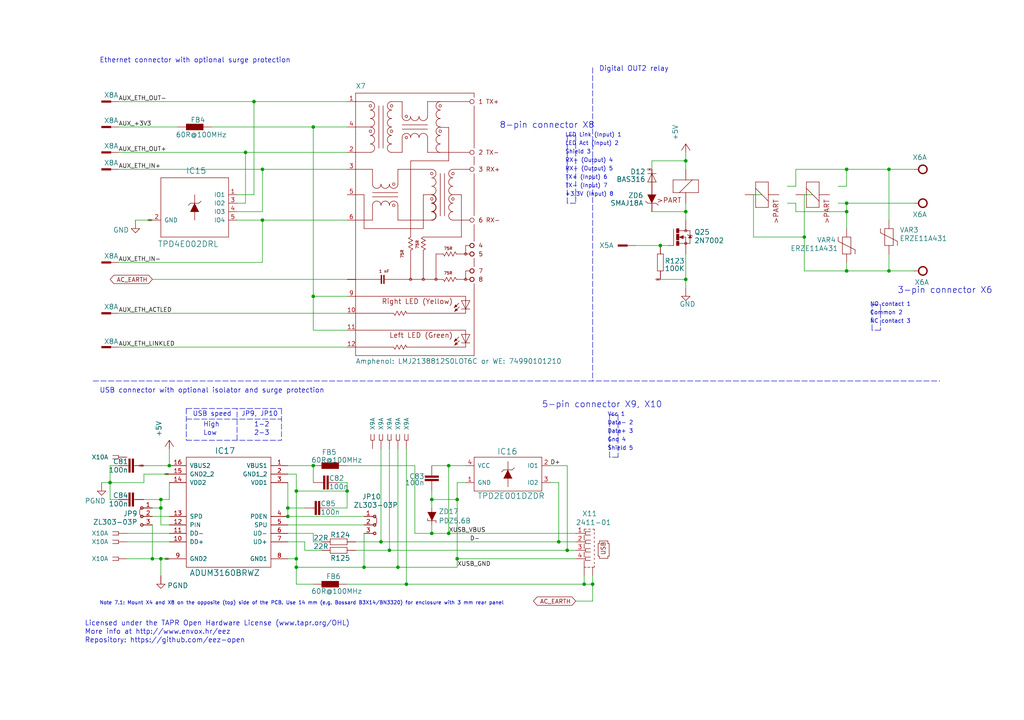
<source format=kicad_sch>
(kicad_sch (version 20210406) (generator eeschema)
  (paper "User" 307.213 216.078)
  (title_block (title "EEZ PSU consolidated") (rev "r5B13a") (comment 4 "Ethernet and USB PCB connectors"))
  (lib_symbols
    (symbol "EEZ_PSU_consolidated_r5B13a-eagle-import:+5V" (power) (pin_names (offset 1.016))
      (property "Value" "+5V" (at -2.54 -5.08 90))
      (symbol "+5V_1_0"
        (pin power_in line (at 0 -2.54 90) (length 2.54) (name "+5V") (number "1"))
      )
    )
    (symbol "EEZ_PSU_consolidated_r5B13a-eagle-import:2N7002" (pin_names (offset 1.016))
      (property "Reference" "Q" (at 6.35 2.54 0))
      (property "Value" "2N7002" (at 6.35 0 0))
      (symbol "2N7002_1_0"
        (pin passive line (at -2.54 -2.54 0) (length 0) (name "G") (number "1"))
        (pin passive line (at 2.54 -5.08 90) (length 2.54) (name "S") (number "2"))
        (pin passive line (at 2.54 5.08 270) (length 2.54) (name "D") (number "3"))
      )
    )
    (symbol "EEZ_PSU_consolidated_r5B13a-eagle-import:ADUM3160BRWZWIDE" (pin_names (offset 1.016))
      (property "Reference" "U" (at -5.2324 20.5994 0))
      (property "Value" "ADUM3160BRWZWIDE" (at -6.0706 -19.6342 0))
      (symbol "ADUM3160BRWZWIDE_1_0"
        (pin power_in line (at -17.78 15.24 0) (length 5.08) (name "VBUS1") (number "1"))
        (pin unspecified line (at 17.78 -7.62 180) (length 5.08) (name "DD+") (number "10"))
        (pin unspecified line (at 17.78 -5.08 180) (length 5.08) (name "DD-") (number "11"))
        (pin input line (at 17.78 -2.54 180) (length 5.08) (name "PIN") (number "12"))
        (pin input line (at 17.78 0 180) (length 5.08) (name "SPD") (number "13"))
        (pin power_in line (at 17.78 10.16 180) (length 5.08) (name "VDD2") (number "14"))
        (pin passive line (at 17.78 12.7 180) (length 5.08) (name "GND2_2") (number "15"))
        (pin power_in line (at 17.78 15.24 180) (length 5.08) (name "VBUS2") (number "16"))
        (pin passive line (at -17.78 12.7 0) (length 5.08) (name "GND1_2") (number "2"))
        (pin power_in line (at -17.78 10.16 0) (length 5.08) (name "VDD1") (number "3"))
        (pin input line (at -17.78 0 0) (length 5.08) (name "PDEN") (number "4"))
        (pin input line (at -17.78 -2.54 0) (length 5.08) (name "SPU") (number "5"))
        (pin unspecified line (at -17.78 -5.08 0) (length 5.08) (name "UD-") (number "6"))
        (pin unspecified line (at -17.78 -7.62 0) (length 5.08) (name "UD+") (number "7"))
        (pin passive line (at -17.78 -12.7 0) (length 5.08) (name "GND1") (number "8"))
        (pin passive line (at 17.78 -12.7 180) (length 5.08) (name "GND2") (number "9"))
      )
    )
    (symbol "EEZ_PSU_consolidated_r5B13a-eagle-import:C-EUC0603" (pin_names (offset 1.016))
      (property "Reference" "C" (at 1.524 0.381 0))
      (property "Value" "C-EUC0603" (at 1.524 -4.699 0))
      (symbol "C-EUC0603_1_0"
        (pin passive line (at 0 2.54 270) (length 2.54) (name "1") (number "1"))
        (pin passive line (at 0 -5.08 90) (length 2.54) (name "2") (number "2"))
      )
    )
    (symbol "EEZ_PSU_consolidated_r5B13a-eagle-import:DINA4_L" (pin_names (offset 1.016))
      (symbol "DINA4_L_2_0"
        (text ">DRAWING_NAME" (at 17.78 19.05 0) (effects (font (size 2.54 2.54)) (justify left bottom)))
        (text ">LAST_DATE_TIME" (at 12.7 1.27 0) (effects (font (size 2.54 2.54)) (justify left bottom)))
        (text ">SHEET" (at 86.36 1.27 0) (effects (font (size 2.54 2.54)) (justify left bottom)))
        (text "Date:" (at 1.27 1.27 0) (effects (font (size 2.54 2.54)) (justify left bottom)))
        (text "Document Number:" (at 1.27 11.43 0) (effects (font (size 2.54 2.54)) (justify left bottom)))
        (text "REV:" (at 88.9 11.43 0) (effects (font (size 2.54 2.54)) (justify left bottom)))
        (text "Sheet:" (at 72.39 1.27 0) (effects (font (size 2.54 2.54)) (justify left bottom)))
        (text "TITLE:" (at 1.27 19.05 0) (effects (font (size 2.54 2.54)) (justify left bottom)))
      )
    )
    (symbol "EEZ_PSU_consolidated_r5B13a-eagle-import:DIODE-SOD323-W" (pin_names (offset 1.016))
      (property "Reference" "D" (at 2.54 0.4826 0))
      (property "Value" "DIODE-SOD323-W" (at 2.54 -2.3114 0))
      (symbol "DIODE-SOD323-W_1_0"
        (pin passive line (at -2.54 0 0) (length 2.54) (name "A") (number "A"))
        (pin passive line (at 2.54 0 180) (length 2.54) (name "C") (number "C"))
      )
    )
    (symbol "EEZ_PSU_consolidated_r5B13a-eagle-import:FERRITE_BEAD0603" (pin_names (offset 1.016))
      (property "Reference" "L" (at -3.81 1.3716 0))
      (property "Value" "FERRITE_BEAD0603" (at -3.81 -2.921 0))
      (symbol "FERRITE_BEAD0603_1_0"
        (pin passive line (at -5.08 0 0) (length 2.54) (name "1") (number "P$1"))
        (pin passive line (at 5.08 0 180) (length 2.54) (name "2") (number "P$2"))
      )
    )
    (symbol "EEZ_PSU_consolidated_r5B13a-eagle-import:GND" (power) (pin_names (offset 1.016))
      (property "Value" "GND" (at -1.905 -3.175 0))
      (symbol "GND_1_0"
        (pin power_in line (at 0 2.54 270) (length 2.54) (name "GND") (number "1"))
      )
    )
    (symbol "EEZ_PSU_consolidated_r5B13a-eagle-import:HEADER_8-PIN" (pin_names (offset 1.016))
      (property "Reference" "X" (at -6.35 0.889 0))
      (symbol "HEADER_8-PIN_1_0"
        (pin passive line (at 0 0 180) (length 2.54) (name "1") (number "1"))
      )
      (symbol "HEADER_8-PIN_2_0"
        (pin passive line (at 0 0 180) (length 2.54) (name "1") (number "2"))
      )
      (symbol "HEADER_8-PIN_3_0"
        (pin passive line (at 0 0 180) (length 2.54) (name "1") (number "3"))
      )
      (symbol "HEADER_8-PIN_4_0"
        (pin passive line (at 0 0 180) (length 2.54) (name "1") (number "4"))
      )
      (symbol "HEADER_8-PIN_5_0"
        (pin passive line (at 0 0 180) (length 2.54) (name "1") (number "5"))
      )
      (symbol "HEADER_8-PIN_6_0"
        (pin passive line (at 0 0 180) (length 2.54) (name "1") (number "6"))
      )
      (symbol "HEADER_8-PIN_7_0"
        (pin passive line (at 0 0 180) (length 2.54) (name "1") (number "7"))
      )
      (symbol "HEADER_8-PIN_8_0"
        (pin passive line (at 0 0 180) (length 2.54) (name "1") (number "8"))
      )
    )
    (symbol "EEZ_PSU_consolidated_r5B13a-eagle-import:IDC-10PINBLACK" (pin_names (offset 1.016))
      (property "Reference" "X" (at -6.35 0.889 0))
      (symbol "IDC-10PINBLACK_1_0"
        (pin passive line (at 0 0 180) (length 2.54) (name "1") (number "1"))
      )
      (symbol "IDC-10PINBLACK_2_0"
        (pin passive line (at 0 0 180) (length 2.54) (name "1") (number "2"))
      )
      (symbol "IDC-10PINBLACK_3_0"
        (pin passive line (at 0 0 180) (length 2.54) (name "1") (number "3"))
      )
      (symbol "IDC-10PINBLACK_4_0"
        (pin passive line (at 0 0 180) (length 2.54) (name "1") (number "4"))
      )
      (symbol "IDC-10PINBLACK_5_0"
        (pin passive line (at 0 0 180) (length 2.54) (name "1") (number "5"))
      )
      (symbol "IDC-10PINBLACK_6_0"
        (pin passive line (at 0 0 180) (length 2.54) (name "1") (number "6"))
      )
      (symbol "IDC-10PINBLACK_7_0"
        (pin passive line (at 0 0 180) (length 2.54) (name "1") (number "7"))
      )
      (symbol "IDC-10PINBLACK_8_0"
        (pin passive line (at 0 0 180) (length 2.54) (name "1") (number "8"))
      )
      (symbol "IDC-10PINBLACK_9_0"
        (pin passive line (at 0 0 180) (length 2.54) (name "1") (number "9"))
      )
      (symbol "IDC-10PINBLACK_10_0"
        (pin passive line (at 0 0 180) (length 2.54) (name "1") (number "10"))
      )
    )
    (symbol "EEZ_PSU_consolidated_r5B13a-eagle-import:JUMPER-3PIN2MM" (pin_names (offset 1.016))
      (property "Reference" "JP" (at 4.445 0 0))
      (property "Value" "JUMPER-3PIN2MM" (at 4.445 -2.54 0))
      (symbol "JUMPER-3PIN2MM_1_0"
        (pin passive line (at 0 2.54 0) (length 2.54) (name "1") (number "1"))
        (pin passive line (at 0 0 0) (length 2.54) (name "2") (number "2"))
        (pin passive line (at 0 -2.54 0) (length 2.54) (name "3") (number "3"))
      )
    )
    (symbol "EEZ_PSU_consolidated_r5B13a-eagle-import:KUSBVX-BS1N" (pin_names (offset 1.016))
      (property "Reference" "X" (at 1.27 5.588 0))
      (property "Value" "KUSBVX-BS1N" (at 1.27 -5.842 0))
      (symbol "KUSBVX-BS1N_1_0"
        (text "USB" (at 3.937 -1.397 900) (effects (font (size 1.27 1.27)) (justify left bottom)))
        (pin passive line (at -5.08 5.08 0) (length 2.54) (name "1") (number "1"))
        (pin passive line (at -5.08 2.54 0) (length 2.54) (name "2") (number "2"))
        (pin passive line (at -5.08 0 0) (length 2.54) (name "3") (number "3"))
        (pin passive line (at -5.08 -2.54 0) (length 2.54) (name "4") (number "4"))
        (pin passive line (at -2.54 -7.62 90) (length 2.54) (name "S1") (number "M1"))
        (pin passive line (at 0 -7.62 90) (length 2.54) (name "S2") (number "M2"))
      )
    )
    (symbol "EEZ_PSU_consolidated_r5B13a-eagle-import:PSMAXX" (pin_names (offset 1.016))
      (property "Reference" "ZD" (at -2.54 2.54 0))
      (property "Value" "PSMAXX" (at -2.54 -4.064 0))
      (symbol "PSMAXX_1_0"
        (pin passive line (at 5.08 0 180) (length 2.54) (name "A") (number "A"))
        (pin passive line (at -2.54 0 0) (length 2.54) (name "C") (number "C"))
      )
    )
    (symbol "EEZ_PSU_consolidated_r5B13a-eagle-import:R-EU_R0805" (pin_names (offset 1.016))
      (property "Reference" "R" (at -3.81 1.4986 0))
      (property "Value" "R-EU_R0805" (at -3.81 -3.302 0))
      (symbol "R-EU_R0805_1_0"
        (pin passive line (at -5.08 0 0) (length 2.54) (name "1") (number "1"))
        (pin passive line (at 5.08 0 180) (length 2.54) (name "2") (number "2"))
      )
    )
    (symbol "EEZ_PSU_consolidated_r5B13a-eagle-import:RELAY_RT314012-2" (pin_names (offset 1.016))
      (symbol "RELAY_RT314012-2_1_0"
        (text ">PART" (at 1.27 5.08 0) (effects (font (size 1.4986 1.4986)) (justify left bottom)))
        (pin passive line (at 0 -5.08 90) (length 2.54) (name "C2") (number "A1"))
        (pin passive line (at 0 5.08 270) (length 2.54) (name "C1") (number "A2"))
      )
      (symbol "RELAY_RT314012-2_2_0"
        (text ">PART" (at 1.27 0 0) (effects (font (size 1.4986 1.4986)) (justify left bottom)))
        (pin passive line (at 0 0 90) (length 0) (name "P") (number "11A"))
        (pin passive line (at 2.54 7.62 270) (length 2.54) (name "S") (number "12A"))
        (pin passive line (at -2.54 7.62 270) (length 2.54) (name "O") (number "14A"))
      )
      (symbol "RELAY_RT314012-2_3_0"
        (text ">PART" (at 1.27 0 0) (effects (font (size 1.4986 1.4986)) (justify left bottom)))
        (pin passive line (at 0 0 90) (length 0) (name "P") (number "11B"))
        (pin passive line (at 2.54 7.62 270) (length 2.54) (name "S") (number "12B"))
        (pin passive line (at -2.54 7.62 270) (length 2.54) (name "O") (number "14B"))
      )
    )
    (symbol "EEZ_PSU_consolidated_r5B13a-eagle-import:RJ45-VERT" (pin_names (offset 1.016))
      (property "Reference" "X" (at -12.7 41.91 0))
      (property "Value" "RJ45-VERT" (at -12.7 -40.64 0))
      (symbol "RJ45-VERT_1_0"
        (text "1 nF" (at -5.715 -13.335 0) (effects (font (size 0.8636 0.8636)) (justify left bottom)))
        (text "1 TX+" (at 24.13 37.338 0) (effects (font (size 1.2954 1.2954)) (justify left bottom)))
        (text "2 TX-" (at 24.13 22.098 0) (effects (font (size 1.2954 1.2954)) (justify left bottom)))
        (text "3 RX+" (at 24.13 17.018 0) (effects (font (size 1.2954 1.2954)) (justify left bottom)))
        (text "4" (at 24.13 -5.842 0) (effects (font (size 1.2954 1.2954)) (justify left bottom)))
        (text "5" (at 24.13 -8.382 0) (effects (font (size 1.2954 1.2954)) (justify left bottom)))
        (text "6 RX-" (at 24.13 1.778 0) (effects (font (size 1.2954 1.2954)) (justify left bottom)))
        (text "7" (at 24.13 -13.462 0) (effects (font (size 1.2954 1.2954)) (justify left bottom)))
        (text "75R" (at 1.778 -6.223 900) (effects (font (size 0.8636 0.8636)) (justify right bottom)))
        (text "75R" (at 6.35 -6.096 900) (effects (font (size 0.8636 0.8636)) (justify left bottom)))
        (text "75R" (at 13.716 -13.843 0) (effects (font (size 0.8636 0.8636)) (justify left bottom)))
        (text "75R" (at 13.716 -6.477 0) (effects (font (size 0.8636 0.8636)) (justify left bottom)))
        (text "8" (at 24.13 -16.002 0) (effects (font (size 1.2954 1.2954)) (justify left bottom)))
        (text "Left LED (Green)" (at 16.51 -31.115 0) (effects (font (size 1.4986 1.4986)) (justify right top)))
        (text "Right LED (Yellow)" (at 16.51 -20.955 0) (effects (font (size 1.4986 1.4986)) (justify right top)))
        (pin input line (at -15.24 38.1 0) (length 2.54) (name "TD+") (number "1"))
        (pin passive line (at -15.24 -25.4 0) (length 2.54) (name "YELLOW-C") (number "10"))
        (pin passive line (at -15.24 -30.48 0) (length 2.54) (name "GREEN-A") (number "11"))
        (pin passive line (at -15.24 -35.56 0) (length 2.54) (name "GREEN-C") (number "12"))
        (pin input line (at -15.24 22.86 0) (length 2.54) (name "TD-") (number "2"))
        (pin input line (at -15.24 17.78 0) (length 2.54) (name "RD+") (number "3"))
        (pin input line (at -15.24 30.48 0) (length 2.54) (name "CT") (number "4"))
        (pin input line (at -15.24 10.16 0) (length 2.54) (name "CR") (number "5"))
        (pin input line (at -15.24 2.54 0) (length 2.54) (name "RD-") (number "6"))
        (pin input line (at -15.24 -15.24 0) (length 2.54) (name "SH") (number "8"))
        (pin passive line (at -15.24 -20.32 0) (length 2.54) (name "YELLOW_A") (number "9"))
        (pin input line (at -15.24 -15.24 0) (length 2.54) (name "SH") (number "SH1"))
        (pin input line (at -15.24 -15.24 0) (length 2.54) (name "SH") (number "SH2"))
      )
    )
    (symbol "EEZ_PSU_consolidated_r5B13a-eagle-import:SSW-105-02-S-S" (pin_names (offset 1.016))
      (property "Reference" "X" (at -3.048 0.762 0))
      (symbol "SSW-105-02-S-S_1_0"
        (pin passive line (at 2.54 0 180) (length 2.54) (name "1") (number "1"))
      )
      (symbol "SSW-105-02-S-S_2_0"
        (pin passive line (at 2.54 0 180) (length 2.54) (name "1") (number "2"))
      )
      (symbol "SSW-105-02-S-S_3_0"
        (pin passive line (at 2.54 0 180) (length 2.54) (name "1") (number "3"))
      )
      (symbol "SSW-105-02-S-S_4_0"
        (pin passive line (at 2.54 0 180) (length 2.54) (name "1") (number "4"))
      )
      (symbol "SSW-105-02-S-S_5_0"
        (pin passive line (at 2.54 0 180) (length 2.54) (name "1") (number "5"))
      )
    )
    (symbol "EEZ_PSU_consolidated_r5B13a-eagle-import:TBLOCK5.0_3A-3117" (pin_names (offset 1.016))
      (property "Reference" "X" (at -5.08 2.54 0))
      (symbol "TBLOCK5.0_3A-3117_1_0"
        (pin unspecified line (at 0 0 0) (length 0) (name "1") (number "1"))
      )
      (symbol "TBLOCK5.0_3A-3117_2_0"
        (pin unspecified line (at 0 0 0) (length 0) (name "1") (number "2"))
      )
      (symbol "TBLOCK5.0_3A-3117_3_0"
        (pin unspecified line (at 0 0 0) (length 0) (name "1") (number "3"))
      )
    )
    (symbol "EEZ_PSU_consolidated_r5B13a-eagle-import:TPD2E001DZDR" (pin_names (offset 1.016))
      (property "Reference" "IC" (at -5.207 5.7912 0))
      (property "Value" "TPD2E001DZDR" (at -6.0452 -8.4328 0))
      (symbol "TPD2E001DZDR_1_0"
        (pin passive line (at 12.7 -2.54 180) (length 2.54) (name "GND") (number "1"))
        (pin unspecified line (at -12.7 2.54 0) (length 2.54) (name "IO1") (number "2"))
        (pin unspecified line (at -12.7 -2.54 0) (length 2.54) (name "IO2") (number "3"))
        (pin power_in line (at 12.7 2.54 180) (length 2.54) (name "VCC") (number "4"))
      )
    )
    (symbol "EEZ_PSU_consolidated_r5B13a-eagle-import:TPD4E002DRL" (pin_names (offset 1.016))
      (property "Reference" "IC" (at -5.207 12.1412 0))
      (property "Value" "TPD4E002DRL" (at -6.0452 -10.9728 0))
      (symbol "TPD4E002DRL_1_0"
        (pin unspecified line (at -12.7 5.08 0) (length 2.54) (name "IO1") (number "1"))
        (pin passive line (at 12.7 -2.54 180) (length 2.54) (name "GND") (number "2"))
        (pin unspecified line (at -12.7 2.54 0) (length 2.54) (name "IO2") (number "3"))
        (pin unspecified line (at -12.7 0 0) (length 2.54) (name "IO3") (number "4"))
        (pin unspecified line (at -12.7 -2.54 0) (length 2.54) (name "IO4") (number "5"))
      )
    )
    (symbol "EEZ_PSU_consolidated_r5B13a-eagle-import:VARISTOR-13" (pin_names (offset 1.016))
      (property "Reference" "VAR" (at -5.08 3.175 0))
      (property "Value" "VARISTOR-13" (at -5.08 -5.08 0))
      (symbol "VARISTOR-13_1_0"
        (pin unspecified line (at -5.08 0 0) (length 2.54) (name "P$1") (number "1"))
        (pin unspecified line (at 5.08 0 180) (length 2.54) (name "P$2") (number "2"))
      )
    )
    (symbol "EEZ_PSU_consolidated_r5B13a-eagle-import:ZENER-DIODESOD323" (pin_names (offset 1.016))
      (property "Reference" "ZD" (at -1.778 1.905 0))
      (property "Value" "ZENER-DIODESOD323" (at -1.778 -3.429 0))
      (symbol "ZENER-DIODESOD323_1_0"
        (pin passive line (at -2.54 0 0) (length 2.54) (name "A") (number "A"))
        (pin passive line (at 2.54 0 180) (length 2.54) (name "C") (number "C"))
      )
    )
  )
  (junction (at 33.02 144.78) (diameter 0.9144))
  (junction (at 45.72 167.64) (diameter 0.9144))
  (junction (at 48.26 149.86) (diameter 0.9144))
  (junction (at 48.26 152.4) (diameter 0.9144))
  (junction (at 48.26 167.64) (diameter 0.9144))
  (junction (at 50.8 139.7) (diameter 0.9144))
  (junction (at 73.66 45.72) (diameter 0.9144))
  (junction (at 76.2 30.48) (diameter 0.9144))
  (junction (at 78.74 50.8) (diameter 0.9144))
  (junction (at 78.74 66.04) (diameter 0.9144))
  (junction (at 86.36 152.4) (diameter 0.9144))
  (junction (at 86.36 154.94) (diameter 0.9144))
  (junction (at 88.9 147.32) (diameter 0.9144))
  (junction (at 88.9 167.64) (diameter 0.9144))
  (junction (at 88.9 170.18) (diameter 0.9144))
  (junction (at 93.98 38.1) (diameter 0.9144))
  (junction (at 93.98 88.9) (diameter 0.9144))
  (junction (at 93.98 139.7) (diameter 0.9144))
  (junction (at 104.14 147.32) (diameter 0.9144))
  (junction (at 109.22 170.18) (diameter 0.9144))
  (junction (at 114.3 162.56) (diameter 0.9144))
  (junction (at 116.84 165.1) (diameter 0.9144))
  (junction (at 119.38 170.18) (diameter 0.9144))
  (junction (at 121.92 175.26) (diameter 0.9144))
  (junction (at 129.54 149.86) (diameter 0.9144))
  (junction (at 129.54 160.02) (diameter 0.9144))
  (junction (at 134.62 139.7) (diameter 0.9144))
  (junction (at 134.62 160.02) (diameter 0.9144))
  (junction (at 137.16 149.86) (diameter 0.9144))
  (junction (at 137.16 167.64) (diameter 0.9144))
  (junction (at 167.64 162.56) (diameter 0.9144))
  (junction (at 170.18 165.1) (diameter 0.9144))
  (junction (at 175.26 175.26) (diameter 0.9144))
  (junction (at 177.8 175.26) (diameter 0.9144))
  (junction (at 198.12 73.66) (diameter 0.9144))
  (junction (at 205.74 48.26) (diameter 0.9144))
  (junction (at 205.74 63.5) (diameter 0.9144))
  (junction (at 205.74 83.82) (diameter 0.9144))
  (junction (at 241.3 71.12) (diameter 0.9144))
  (junction (at 254 50.8) (diameter 0.9144))
  (junction (at 254 60.96) (diameter 0.9144))
  (junction (at 254 63.5) (diameter 0.9144))
  (junction (at 254 81.28) (diameter 0.9144))
  (junction (at 266.7 50.8) (diameter 0.9144))
  (junction (at 266.7 81.28) (diameter 0.9144))
  (wire (pts (xy 33.02 139.7) (xy 35.56 139.7)))
  (wire (pts (xy 33.02 144.78) (xy 30.48 144.78)))
  (wire (pts (xy 33.02 144.78) (xy 33.02 139.7)))
  (wire (pts (xy 33.02 144.78) (xy 43.18 144.78)))
  (wire (pts (xy 33.02 149.86) (xy 33.02 144.78)))
  (wire (pts (xy 35.56 45.72) (xy 73.66 45.72)))
  (wire (pts (xy 35.56 50.8) (xy 78.74 50.8)))
  (wire (pts (xy 35.56 149.86) (xy 33.02 149.86)))
  (wire (pts (xy 38.1 167.64) (xy 45.72 167.64)))
  (wire (pts (xy 43.18 139.7) (xy 50.8 139.7)))
  (wire (pts (xy 43.18 142.24) (xy 43.18 144.78)))
  (wire (pts (xy 43.18 149.86) (xy 48.26 149.86)))
  (wire (pts (xy 45.72 66.04) (xy 40.64 66.04)))
  (wire (pts (xy 45.72 152.4) (xy 48.26 152.4)))
  (wire (pts (xy 45.72 154.94) (xy 50.8 154.94)))
  (wire (pts (xy 45.72 157.48) (xy 45.72 167.64)))
  (wire (pts (xy 45.72 167.64) (xy 48.26 167.64)))
  (wire (pts (xy 48.26 149.86) (xy 50.8 149.86)))
  (wire (pts (xy 48.26 152.4) (xy 48.26 149.86)))
  (wire (pts (xy 48.26 157.48) (xy 48.26 152.4)))
  (wire (pts (xy 48.26 172.72) (xy 48.26 167.64)))
  (wire (pts (xy 50.8 134.62) (xy 50.8 139.7)))
  (wire (pts (xy 50.8 142.24) (xy 43.18 142.24)))
  (wire (pts (xy 50.8 144.78) (xy 50.8 149.86)))
  (wire (pts (xy 50.8 157.48) (xy 48.26 157.48)))
  (wire (pts (xy 50.8 160.02) (xy 38.1 160.02)))
  (wire (pts (xy 50.8 162.56) (xy 38.1 162.56)))
  (wire (pts (xy 50.8 167.64) (xy 48.26 167.64)))
  (wire (pts (xy 53.34 38.1) (xy 35.56 38.1)))
  (wire (pts (xy 63.5 38.1) (xy 93.98 38.1)))
  (wire (pts (xy 71.12 58.42) (xy 76.2 58.42)))
  (wire (pts (xy 71.12 60.96) (xy 73.66 60.96)))
  (wire (pts (xy 71.12 63.5) (xy 78.74 63.5)))
  (wire (pts (xy 71.12 66.04) (xy 78.74 66.04)))
  (wire (pts (xy 73.66 45.72) (xy 104.14 45.72)))
  (wire (pts (xy 73.66 60.96) (xy 73.66 45.72)))
  (wire (pts (xy 76.2 30.48) (xy 35.56 30.48)))
  (wire (pts (xy 76.2 58.42) (xy 76.2 30.48)))
  (wire (pts (xy 78.74 63.5) (xy 78.74 50.8)))
  (wire (pts (xy 78.74 66.04) (xy 78.74 78.74)))
  (wire (pts (xy 78.74 66.04) (xy 104.14 66.04)))
  (wire (pts (xy 78.74 78.74) (xy 35.56 78.74)))
  (wire (pts (xy 86.36 142.24) (xy 88.9 142.24)))
  (wire (pts (xy 86.36 144.78) (xy 86.36 152.4)))
  (wire (pts (xy 86.36 152.4) (xy 86.36 154.94)))
  (wire (pts (xy 86.36 154.94) (xy 109.22 154.94)))
  (wire (pts (xy 86.36 157.48) (xy 109.22 157.48)))
  (wire (pts (xy 86.36 167.64) (xy 88.9 167.64)))
  (wire (pts (xy 88.9 142.24) (xy 88.9 147.32)))
  (wire (pts (xy 88.9 147.32) (xy 88.9 167.64)))
  (wire (pts (xy 88.9 167.64) (xy 88.9 170.18)))
  (wire (pts (xy 88.9 175.26) (xy 88.9 170.18)))
  (wire (pts (xy 88.9 175.26) (xy 93.98 175.26)))
  (wire (pts (xy 91.44 152.4) (xy 86.36 152.4)))
  (wire (pts (xy 91.44 162.56) (xy 86.36 162.56)))
  (wire (pts (xy 91.44 165.1) (xy 91.44 162.56)))
  (wire (pts (xy 93.98 38.1) (xy 104.14 38.1)))
  (wire (pts (xy 93.98 88.9) (xy 93.98 38.1)))
  (wire (pts (xy 93.98 99.06) (xy 93.98 88.9)))
  (wire (pts (xy 93.98 139.7) (xy 86.36 139.7)))
  (wire (pts (xy 93.98 144.78) (xy 93.98 139.7)))
  (wire (pts (xy 93.98 160.02) (xy 86.36 160.02)))
  (wire (pts (xy 93.98 162.56) (xy 93.98 160.02)))
  (wire (pts (xy 96.52 162.56) (xy 93.98 162.56)))
  (wire (pts (xy 96.52 165.1) (xy 91.44 165.1)))
  (wire (pts (xy 101.6 144.78) (xy 104.14 144.78)))
  (wire (pts (xy 104.14 30.48) (xy 76.2 30.48)))
  (wire (pts (xy 104.14 50.8) (xy 78.74 50.8)))
  (wire (pts (xy 104.14 83.82) (xy 45.72 83.82)))
  (wire (pts (xy 104.14 88.9) (xy 93.98 88.9)))
  (wire (pts (xy 104.14 93.98) (xy 35.56 93.98)))
  (wire (pts (xy 104.14 99.06) (xy 93.98 99.06)))
  (wire (pts (xy 104.14 104.14) (xy 35.56 104.14)))
  (wire (pts (xy 104.14 144.78) (xy 104.14 147.32)))
  (wire (pts (xy 104.14 147.32) (xy 88.9 147.32)))
  (wire (pts (xy 104.14 147.32) (xy 104.14 152.4)))
  (wire (pts (xy 104.14 152.4) (xy 99.06 152.4)))
  (wire (pts (xy 104.14 175.26) (xy 121.92 175.26)))
  (wire (pts (xy 106.68 162.56) (xy 114.3 162.56)))
  (wire (pts (xy 106.68 165.1) (xy 116.84 165.1)))
  (wire (pts (xy 109.22 160.02) (xy 109.22 170.18)))
  (wire (pts (xy 109.22 170.18) (xy 88.9 170.18)))
  (wire (pts (xy 114.3 134.62) (xy 114.3 162.56)))
  (wire (pts (xy 116.84 134.62) (xy 116.84 165.1)))
  (wire (pts (xy 119.38 134.62) (xy 119.38 170.18)))
  (wire (pts (xy 119.38 170.18) (xy 109.22 170.18)))
  (wire (pts (xy 121.92 134.62) (xy 121.92 175.26)))
  (wire (pts (xy 121.92 175.26) (xy 175.26 175.26)))
  (wire (pts (xy 124.46 139.7) (xy 104.14 139.7)))
  (wire (pts (xy 124.46 160.02) (xy 124.46 139.7)))
  (wire (pts (xy 129.54 149.86) (xy 129.54 147.32)))
  (wire (pts (xy 129.54 152.4) (xy 129.54 149.86)))
  (wire (pts (xy 129.54 157.48) (xy 129.54 160.02)))
  (wire (pts (xy 129.54 160.02) (xy 124.46 160.02)))
  (wire (pts (xy 134.62 139.7) (xy 129.54 139.7)))
  (wire (pts (xy 134.62 139.7) (xy 134.62 160.02)))
  (wire (pts (xy 134.62 160.02) (xy 129.54 160.02)))
  (wire (pts (xy 134.62 160.02) (xy 172.72 160.02)))
  (wire (pts (xy 137.16 144.78) (xy 137.16 149.86)))
  (wire (pts (xy 137.16 149.86) (xy 129.54 149.86)))
  (wire (pts (xy 137.16 149.86) (xy 137.16 167.64)))
  (wire (pts (xy 137.16 167.64) (xy 137.16 170.18)))
  (wire (pts (xy 137.16 167.64) (xy 172.72 167.64)))
  (wire (pts (xy 137.16 170.18) (xy 119.38 170.18)))
  (wire (pts (xy 139.7 139.7) (xy 134.62 139.7)))
  (wire (pts (xy 139.7 144.78) (xy 137.16 144.78)))
  (wire (pts (xy 165.1 139.7) (xy 170.18 139.7)))
  (wire (pts (xy 165.1 144.78) (xy 167.64 144.78)))
  (wire (pts (xy 167.64 144.78) (xy 167.64 162.56)))
  (wire (pts (xy 167.64 162.56) (xy 114.3 162.56)))
  (wire (pts (xy 170.18 139.7) (xy 170.18 165.1)))
  (wire (pts (xy 170.18 165.1) (xy 116.84 165.1)))
  (wire (pts (xy 172.72 162.56) (xy 167.64 162.56)))
  (wire (pts (xy 172.72 165.1) (xy 170.18 165.1)))
  (wire (pts (xy 172.72 180.34) (xy 177.8 180.34)))
  (wire (pts (xy 175.26 172.72) (xy 175.26 175.26)))
  (wire (pts (xy 175.26 175.26) (xy 177.8 175.26)))
  (wire (pts (xy 177.8 175.26) (xy 177.8 172.72)))
  (wire (pts (xy 177.8 175.26) (xy 177.8 180.34)))
  (wire (pts (xy 195.58 48.26) (xy 205.74 48.26)))
  (wire (pts (xy 195.58 50.8) (xy 195.58 48.26)))
  (wire (pts (xy 198.12 73.66) (xy 190.5 73.66)))
  (wire (pts (xy 198.12 83.82) (xy 205.74 83.82)))
  (wire (pts (xy 200.66 73.66) (xy 198.12 73.66)))
  (wire (pts (xy 205.74 48.26) (xy 205.74 45.72)))
  (wire (pts (xy 205.74 50.8) (xy 205.74 48.26)))
  (wire (pts (xy 205.74 60.96) (xy 205.74 63.5)))
  (wire (pts (xy 205.74 63.5) (xy 195.58 63.5)))
  (wire (pts (xy 205.74 66.04) (xy 205.74 63.5)))
  (wire (pts (xy 205.74 76.2) (xy 205.74 83.82)))
  (wire (pts (xy 205.74 86.36) (xy 205.74 83.82)))
  (wire (pts (xy 226.06 58.42) (xy 226.06 71.12)))
  (wire (pts (xy 226.06 71.12) (xy 241.3 71.12)))
  (wire (pts (xy 228.6 58.42) (xy 226.06 58.42)))
  (wire (pts (xy 236.22 60.96) (xy 238.76 60.96)))
  (wire (pts (xy 238.76 50.8) (xy 238.76 55.88)))
  (wire (pts (xy 238.76 55.88) (xy 236.22 55.88)))
  (wire (pts (xy 238.76 60.96) (xy 238.76 63.5)))
  (wire (pts (xy 238.76 63.5) (xy 254 63.5)))
  (wire (pts (xy 241.3 58.42) (xy 241.3 71.12)))
  (wire (pts (xy 241.3 81.28) (xy 241.3 71.12)))
  (wire (pts (xy 243.84 58.42) (xy 241.3 58.42)))
  (wire (pts (xy 251.46 60.96) (xy 254 60.96)))
  (wire (pts (xy 254 50.8) (xy 238.76 50.8)))
  (wire (pts (xy 254 50.8) (xy 254 55.88)))
  (wire (pts (xy 254 50.8) (xy 266.7 50.8)))
  (wire (pts (xy 254 55.88) (xy 251.46 55.88)))
  (wire (pts (xy 254 63.5) (xy 254 60.96)))
  (wire (pts (xy 254 68.58) (xy 254 63.5)))
  (wire (pts (xy 254 78.74) (xy 254 81.28)))
  (wire (pts (xy 254 81.28) (xy 241.3 81.28)))
  (wire (pts (xy 266.7 66.04) (xy 266.7 50.8)))
  (wire (pts (xy 266.7 76.2) (xy 266.7 81.28)))
  (wire (pts (xy 266.7 81.28) (xy 254 81.28)))
  (wire (pts (xy 274.32 50.8) (xy 266.7 50.8)))
  (wire (pts (xy 274.32 60.96) (xy 254 60.96)))
  (wire (pts (xy 274.32 81.28) (xy 266.7 81.28)))
  (polyline (pts (xy 27.94 114.3) (xy 281.94 114.3)) (stroke (width 0) (type dash)))
  (polyline (pts (xy 55.88 122.555) (xy 55.88 132.08)) (stroke (width 0) (type dash)))
  (polyline (pts (xy 55.88 122.555) (xy 84.455 122.555)) (stroke (width 0) (type dash)))
  (polyline (pts (xy 55.88 125.73) (xy 84.455 125.73)) (stroke (width 0) (type dash)))
  (polyline (pts (xy 55.88 132.08) (xy 84.455 132.08)) (stroke (width 0) (type dash)))
  (polyline (pts (xy 71.12 132.08) (xy 71.12 122.555)) (stroke (width 0) (type dash)))
  (polyline (pts (xy 84.455 122.555) (xy 84.455 132.08)) (stroke (width 0) (type dash)))
  (polyline (pts (xy 170.18 40.64) (xy 172.72 40.64)) (stroke (width 0) (type dash)))
  (polyline (pts (xy 170.18 60.96) (xy 170.18 40.64)) (stroke (width 0) (type dash)))
  (polyline (pts (xy 172.72 40.64) (xy 172.72 60.96)) (stroke (width 0) (type dash)))
  (polyline (pts (xy 172.72 60.96) (xy 170.18 60.96)) (stroke (width 0) (type dash)))
  (polyline (pts (xy 177.8 20.32) (xy 177.8 114.3)) (stroke (width 0) (type dash)))
  (polyline (pts (xy 182.88 124.46) (xy 185.42 124.46)) (stroke (width 0) (type dash)))
  (polyline (pts (xy 182.88 137.16) (xy 182.88 124.46)) (stroke (width 0) (type dash)))
  (polyline (pts (xy 185.42 124.46) (xy 185.42 137.16)) (stroke (width 0) (type dash)))
  (polyline (pts (xy 185.42 137.16) (xy 182.88 137.16)) (stroke (width 0) (type dash)))
  (polyline (pts (xy 261.62 91.44) (xy 264.16 91.44)) (stroke (width 0) (type dash)))
  (polyline (pts (xy 261.62 99.06) (xy 261.62 91.44)) (stroke (width 0) (type dash)))
  (polyline (pts (xy 264.16 91.44) (xy 264.16 99.06)) (stroke (width 0) (type dash)))
  (polyline (pts (xy 264.16 99.06) (xy 261.62 99.06)) (stroke (width 0) (type dash)))
  (text "Licensed under the TAPR Open Hardware License (www.tapr.org/OHL)" (at 25.4 187.96 0) (effects (font (size 1.4986 1.4986)) (justify left bottom)))
  (text "More info at http://www.envox.hr/eez" (at 25.4 190.5 0) (effects (font (size 1.4986 1.4986)) (justify left bottom)))
  (text "Repository: https://github.com/eez-open" (at 25.4 193.04 0) (effects (font (size 1.4986 1.4986)) (justify left bottom)))
  (text "Ethernet connector with optional surge protection" (at 29.845 19.05 0) (effects (font (size 1.4986 1.4986)) (justify left bottom)))
  (text "USB connector with optional isolator and surge protection" (at 29.845 118.11 0) (effects (font (size 1.4986 1.4986)) (justify left bottom)))
  (text "Note 7.1: Mount X4 and X8 on the opposite (top) side of the PCB. Use 14 mm (e.g. Bossard B3X14/BN3320) for enclosure with 3 mm rear panel" (at 29.845 181.61 0) (effects (font (size 1.0668 1.0668)) (justify left bottom)))
  (text "USB speed" (at 57.785 125.095 0) (effects (font (size 1.4224 1.4224)) (justify left bottom)))
  (text "High" (at 60.96 128.27 0) (effects (font (size 1.4224 1.4224)) (justify left bottom)))
  (text "Low" (at 60.96 130.81 0) (effects (font (size 1.4224 1.4224)) (justify left bottom)))
  (text "JP9, JP10" (at 72.39 125.095 0) (effects (font (size 1.4224 1.4224)) (justify left bottom)))
  (text "1-2" (at 76.2 128.27 0) (effects (font (size 1.4224 1.4224)) (justify left bottom)))
  (text "2-3" (at 76.2 130.81 0) (effects (font (size 1.4224 1.4224)) (justify left bottom)))
  (text "8-pin connector X8" (at 149.86 38.735 0) (effects (font (size 1.8542 1.8542)) (justify left bottom)))
  (text "5-pin connector X9, X10" (at 162.56 122.555 0) (effects (font (size 1.8542 1.8542)) (justify left bottom)))
  (text "LED Link (Input) 1" (at 169.545 41.275 0) (effects (font (size 1.1938 1.1938)) (justify left bottom)))
  (text "LED Act (Input) 2" (at 169.545 43.815 0) (effects (font (size 1.1938 1.1938)) (justify left bottom)))
  (text "Shield 3" (at 169.545 46.355 0) (effects (font (size 1.1938 1.1938)) (justify left bottom)))
  (text "RX+ (Output) 4" (at 169.545 48.895 0) (effects (font (size 1.1938 1.1938)) (justify left bottom)))
  (text "RX- (Output) 5" (at 169.545 51.435 0) (effects (font (size 1.1938 1.1938)) (justify left bottom)))
  (text "TX+ (Input) 6" (at 169.545 53.975 0) (effects (font (size 1.1938 1.1938)) (justify left bottom)))
  (text "TX- (Input) 7" (at 169.545 56.515 0) (effects (font (size 1.1938 1.1938)) (justify left bottom)))
  (text "+3.3V (Input) 8" (at 169.545 59.055 0) (effects (font (size 1.1938 1.1938)) (justify left bottom)))
  (text "Digital OUT2 relay" (at 179.705 21.59 0) (effects (font (size 1.4986 1.4986)) (justify left bottom)))
  (text "Vcc 1" (at 182.245 125.095 0) (effects (font (size 1.1938 1.1938)) (justify left bottom)))
  (text "Data- 2" (at 182.245 127.635 0) (effects (font (size 1.1938 1.1938)) (justify left bottom)))
  (text "Data+ 3" (at 182.245 130.175 0) (effects (font (size 1.1938 1.1938)) (justify left bottom)))
  (text "Gnd 4" (at 182.245 132.715 0) (effects (font (size 1.1938 1.1938)) (justify left bottom)))
  (text "Shield 5" (at 182.245 135.255 0) (effects (font (size 1.1938 1.1938)) (justify left bottom)))
  (text "NO contact 1" (at 260.985 92.075 0) (effects (font (size 1.1938 1.1938)) (justify left bottom)))
  (text "Common 2" (at 260.985 94.615 0) (effects (font (size 1.1938 1.1938)) (justify left bottom)))
  (text "NC contact 3" (at 260.985 97.155 0) (effects (font (size 1.1938 1.1938)) (justify left bottom)))
  (text "3-pin connector X6" (at 269.24 88.265 0) (effects (font (size 1.8542 1.8542)) (justify left bottom)))
  (label "AUX_ETH_OUT-" (at 35.56 30.48 0))
  (label "AUX_+3V3" (at 35.56 38.1 0))
  (label "AUX_ETH_OUT+" (at 35.56 45.72 0))
  (label "AUX_ETH_IN+" (at 35.56 50.8 0))
  (label "AUX_ETH_IN-" (at 35.56 78.74 0))
  (label "AUX_ETH_ACTLED" (at 35.56 93.98 0))
  (label "AUX_ETH_LINKLED" (at 35.56 104.14 0))
  (label "XUSB_VBUS" (at 134.62 160.02 0))
  (label "XUSB_GND" (at 137.16 170.18 0))
  (label "D-" (at 140.97 162.56 0))
  (label "D+" (at 165.1 139.7 0))
  (global_label "+5V" (shape bidirectional) (at 43.18 139.7 180) (effects (font (size 0.254 0.254))) (property "Intersheet References" "${INTERSHEET_REFS}" (effects hide)))
  (global_label "GND" (shape bidirectional) (at 45.72 66.04 180) (effects (font (size 0.254 0.254))) (property "Intersheet References" "${INTERSHEET_REFS}" (effects hide)))
  (global_label "AC_EARTH" (shape bidirectional) (at 45.72 83.82 180) (property "Intersheet References" "${INTERSHEET_REFS}" (effects hide)))
  (global_label "GND" (shape bidirectional) (at 50.8 142.24 180) (effects (font (size 0.254 0.254))) (property "Intersheet References" "${INTERSHEET_REFS}" (effects hide)))
  (global_label "GND" (shape bidirectional) (at 50.8 167.64 180) (effects (font (size 0.254 0.254))) (property "Intersheet References" "${INTERSHEET_REFS}" (effects hide)))
  (global_label "AC_EARTH" (shape bidirectional) (at 172.72 180.34 180) (property "Intersheet References" "${INTERSHEET_REFS}" (effects hide)))
  (global_label "+5V" (shape bidirectional) (at 195.58 50.8 180) (effects (font (size 0.254 0.254))) (property "Intersheet References" "${INTERSHEET_REFS}" (effects hide)))
  (global_label "GND" (shape bidirectional) (at 198.12 83.82 180) (effects (font (size 0.254 0.254))) (property "Intersheet References" "${INTERSHEET_REFS}" (effects hide)))
  (symbol (lib_id "EEZ_PSU_consolidated_r5B13a-eagle-import:DINA4_L") (at 22.86 195.58 0)
    (property "Reference" "#FRAME6" (effects hide))
    (property "Value" "DINA4_L" (effects hide))
  )
  (symbol (lib_id "EEZ_PSU_consolidated_r5B13a-eagle-import:HEADER_8-PIN") (at 35.56 30.48 0)
    (property "Reference" "X8" (at 35.56 27.686 0) (effects (font (size 1.4986 1.4986)) (justify right top)))
    (property "Value" "826629-8" (effects hide))
    (property "Footprint" "EEZ PSU consolidated r5B13a:HEADER_8-PIN" (effects hide))
  )
  (symbol (lib_id "EEZ_PSU_consolidated_r5B13a-eagle-import:HEADER_8-PIN") (at 35.56 38.1 0)
    (property "Reference" "X8" (at 35.56 35.306 0) (effects (font (size 1.4986 1.4986)) (justify right top)))
    (property "Value" "826629-8" (effects hide))
    (property "Footprint" "EEZ PSU consolidated r5B13a:HEADER_8-PIN" (effects hide))
  )
  (symbol (lib_id "EEZ_PSU_consolidated_r5B13a-eagle-import:HEADER_8-PIN") (at 35.56 45.72 0)
    (property "Reference" "X8" (at 35.56 42.926 0) (effects (font (size 1.4986 1.4986)) (justify right top)))
    (property "Value" "826629-8" (effects hide))
    (property "Footprint" "EEZ PSU consolidated r5B13a:HEADER_8-PIN" (effects hide))
  )
  (symbol (lib_id "EEZ_PSU_consolidated_r5B13a-eagle-import:HEADER_8-PIN") (at 35.56 50.8 0)
    (property "Reference" "X8" (at 35.56 48.006 0) (effects (font (size 1.4986 1.4986)) (justify right top)))
    (property "Value" "826629-8" (effects hide))
    (property "Footprint" "EEZ PSU consolidated r5B13a:HEADER_8-PIN" (effects hide))
  )
  (symbol (lib_id "EEZ_PSU_consolidated_r5B13a-eagle-import:HEADER_8-PIN") (at 35.56 78.74 0)
    (property "Reference" "X8" (at 35.56 75.946 0) (effects (font (size 1.4986 1.4986)) (justify right top)))
    (property "Value" "826629-8" (effects hide))
    (property "Footprint" "EEZ PSU consolidated r5B13a:HEADER_8-PIN" (effects hide))
  )
  (symbol (lib_id "EEZ_PSU_consolidated_r5B13a-eagle-import:HEADER_8-PIN") (at 35.56 93.98 0)
    (property "Reference" "X8" (at 35.56 91.186 0) (effects (font (size 1.4986 1.4986)) (justify right top)))
    (property "Value" "826629-8" (effects hide))
    (property "Footprint" "EEZ PSU consolidated r5B13a:HEADER_8-PIN" (effects hide))
  )
  (symbol (lib_id "EEZ_PSU_consolidated_r5B13a-eagle-import:HEADER_8-PIN") (at 35.56 104.14 0)
    (property "Reference" "X8" (at 35.56 101.6 0) (effects (font (size 1.4986 1.4986)) (justify right top)))
    (property "Value" "826629-8" (effects hide))
    (property "Footprint" "EEZ PSU consolidated r5B13a:HEADER_8-PIN" (effects hide))
  )
  (symbol (lib_id "EEZ_PSU_consolidated_r5B13a-eagle-import:IDC-10PINBLACK") (at 190.5 73.66 0)
    (property "Reference" "X5" (at 184.15 72.771 0) (effects (font (size 1.4986 1.4986)) (justify right top)))
    (property "Value" "09185067324" (effects hide))
    (property "Footprint" "EEZ PSU consolidated r5B13a:IDC-10PIN" (effects hide))
  )
  (symbol (lib_id "EEZ_PSU_consolidated_r5B13a-eagle-import:SSW-105-02-S-S") (at 35.56 137.16 0)
    (property "Reference" "X10" (at 32.512 136.398 0) (effects (font (size 1.2954 1.2954)) (justify right top)))
    (property "Value" "826629-5" (effects hide))
    (property "Footprint" "EEZ PSU consolidated r5B13a:SSW-105-02-S-S" (effects hide))
  )
  (symbol (lib_id "EEZ_PSU_consolidated_r5B13a-eagle-import:SSW-105-02-S-S") (at 35.56 160.02 0)
    (property "Reference" "X10" (at 32.512 159.258 0) (effects (font (size 1.2954 1.2954)) (justify right top)))
    (property "Value" "826629-5" (effects hide))
    (property "Footprint" "EEZ PSU consolidated r5B13a:SSW-105-02-S-S" (effects hide))
  )
  (symbol (lib_id "EEZ_PSU_consolidated_r5B13a-eagle-import:SSW-105-02-S-S") (at 35.56 162.56 0)
    (property "Reference" "X10" (at 32.512 161.798 0) (effects (font (size 1.2954 1.2954)) (justify right top)))
    (property "Value" "826629-5" (effects hide))
    (property "Footprint" "EEZ PSU consolidated r5B13a:SSW-105-02-S-S" (effects hide))
  )
  (symbol (lib_id "EEZ_PSU_consolidated_r5B13a-eagle-import:SSW-105-02-S-S") (at 35.56 167.64 0)
    (property "Reference" "X10" (at 32.512 166.878 0) (effects (font (size 1.2954 1.2954)) (justify right top)))
    (property "Value" "826629-5" (effects hide))
    (property "Footprint" "EEZ PSU consolidated r5B13a:SSW-105-02-S-S" (effects hide))
  )
  (symbol (lib_id "EEZ_PSU_consolidated_r5B13a-eagle-import:SSW-105-02-S-S") (at 111.76 132.08 270)
    (property "Reference" "X9" (at 112.522 129.032 0) (effects (font (size 1.2954 1.2954)) (justify right top)))
    (property "Value" "826629-5" (effects hide))
    (property "Footprint" "EEZ PSU consolidated r5B13a:SSW-105-02-S-S" (effects hide))
  )
  (symbol (lib_id "EEZ_PSU_consolidated_r5B13a-eagle-import:SSW-105-02-S-S") (at 114.3 132.08 270)
    (property "Reference" "X9" (at 115.062 129.032 0) (effects (font (size 1.2954 1.2954)) (justify right top)))
    (property "Value" "826629-5" (effects hide))
    (property "Footprint" "EEZ PSU consolidated r5B13a:SSW-105-02-S-S" (effects hide))
  )
  (symbol (lib_id "EEZ_PSU_consolidated_r5B13a-eagle-import:SSW-105-02-S-S") (at 116.84 132.08 270)
    (property "Reference" "X9" (at 117.602 129.032 0) (effects (font (size 1.2954 1.2954)) (justify right top)))
    (property "Value" "826629-5" (effects hide))
    (property "Footprint" "EEZ PSU consolidated r5B13a:SSW-105-02-S-S" (effects hide))
  )
  (symbol (lib_id "EEZ_PSU_consolidated_r5B13a-eagle-import:SSW-105-02-S-S") (at 119.38 132.08 270)
    (property "Reference" "X9" (at 120.142 129.032 0) (effects (font (size 1.2954 1.2954)) (justify right top)))
    (property "Value" "826629-5" (effects hide))
    (property "Footprint" "EEZ PSU consolidated r5B13a:SSW-105-02-S-S" (effects hide))
  )
  (symbol (lib_id "EEZ_PSU_consolidated_r5B13a-eagle-import:SSW-105-02-S-S") (at 121.92 132.08 270)
    (property "Reference" "X9" (at 122.682 129.032 0) (effects (font (size 1.2954 1.2954)) (justify right top)))
    (property "Value" "826629-5" (effects hide))
    (property "Footprint" "EEZ PSU consolidated r5B13a:SSW-105-02-S-S" (effects hide))
  )
  (symbol (lib_id "EEZ_PSU_consolidated_r5B13a-eagle-import:+5V") (at 50.8 132.08 0)
    (property "Reference" "#P+019" (effects hide))
    (property "Value" "+5V" (at 48.514 131.064 90) (effects (font (size 1.4986 1.4986)) (justify left bottom)))
  )
  (symbol (lib_id "EEZ_PSU_consolidated_r5B13a-eagle-import:+5V") (at 205.74 43.18 0)
    (property "Reference" "#P+014" (effects hide))
    (property "Value" "+5V" (at 203.454 42.164 90) (effects (font (size 1.4986 1.4986)) (justify left bottom)))
  )
  (symbol (lib_id "EEZ_PSU_consolidated_r5B13a-eagle-import:GND") (at 30.48 147.32 0)
    (property "Reference" "#SUPPLY052" (effects hide))
    (property "Value" "PGND" (at 25.4 151.13 0) (effects (font (size 1.4986 1.4986)) (justify left bottom)))
  )
  (symbol (lib_id "EEZ_PSU_consolidated_r5B13a-eagle-import:GND") (at 40.64 68.58 0) (mirror y)
    (property "Reference" "#SUPPLY048" (effects hide))
    (property "Value" "GND" (at 38.735 69.85 0) (effects (font (size 1.4986 1.4986)) (justify left bottom)))
  )
  (symbol (lib_id "EEZ_PSU_consolidated_r5B13a-eagle-import:GND") (at 48.26 175.26 0)
    (property "Reference" "#SUPPLY054" (effects hide))
    (property "Value" "PGND" (at 50.165 176.53 0) (effects (font (size 1.4986 1.4986)) (justify left bottom)))
  )
  (symbol (lib_id "EEZ_PSU_consolidated_r5B13a-eagle-import:GND") (at 205.74 88.9 0)
    (property "Reference" "#SUPPLY066" (effects hide))
    (property "Value" "GND" (at 203.835 92.075 0) (effects (font (size 1.4986 1.4986)) (justify left bottom)))
  )
  (symbol (lib_id "EEZ_PSU_consolidated_r5B13a-eagle-import:TBLOCK5.0_3A-3117") (at 274.32 50.8 180)
    (property "Reference" "X6" (at 278.13 46.355 0) (effects (font (size 1.4986 1.4986)) (justify left bottom)))
    (property "Value" "CTB9300/3A + CTB92VG/3S " (effects hide))
    (property "Footprint" "EEZ PSU consolidated r5B13a:WR-TBL_3-PIN" (effects hide))
  )
  (symbol (lib_id "EEZ_PSU_consolidated_r5B13a-eagle-import:TBLOCK5.0_3A-3117") (at 274.32 60.96 180)
    (property "Reference" "X6" (at 278.13 63.5 0) (effects (font (size 1.4986 1.4986)) (justify left bottom)))
    (property "Value" "CTB9300/3A + CTB92VG/3S " (effects hide))
    (property "Footprint" "EEZ PSU consolidated r5B13a:WR-TBL_3-PIN" (effects hide))
  )
  (symbol (lib_id "EEZ_PSU_consolidated_r5B13a-eagle-import:TBLOCK5.0_3A-3117") (at 274.32 81.28 180)
    (property "Reference" "X6" (at 278.765 83.82 0) (effects (font (size 1.4986 1.4986)) (justify left bottom)))
    (property "Value" "CTB9300/3A + CTB92VG/3S " (effects hide))
    (property "Footprint" "EEZ PSU consolidated r5B13a:WR-TBL_3-PIN" (effects hide))
  )
  (symbol (lib_id "EEZ_PSU_consolidated_r5B13a-eagle-import:ZENER-DIODESOD323") (at 129.54 154.94 270)
    (property "Reference" "ZD17" (at 131.572 154.305 90) (effects (font (size 1.4986 1.4986)) (justify left bottom)))
    (property "Value" "PDZ5.6B" (at 131.572 157.099 90) (effects (font (size 1.4986 1.4986)) (justify left bottom)))
    (property "Footprint" "EEZ PSU consolidated r5B13a:SOD323-W" (effects hide))
  )
  (symbol (lib_id "EEZ_PSU_consolidated_r5B13a-eagle-import:DIODE-SOD323-W") (at 195.58 53.34 90)
    (property "Reference" "D12" (at 193.675 50.6476 90) (effects (font (size 1.4986 1.4986)) (justify left bottom)))
    (property "Value" "BAS316" (at 193.675 52.9336 90) (effects (font (size 1.4986 1.4986)) (justify left bottom)))
    (property "Footprint" "EEZ PSU consolidated r5B13a:SOD323-W" (effects hide))
  )
  (symbol (lib_id "EEZ_PSU_consolidated_r5B13a-eagle-import:FERRITE_BEAD0603") (at 58.42 38.1 180)
    (property "Reference" "FB4" (at 57.15 36.83 0) (effects (font (size 1.4986 1.4986)) (justify right top)))
    (property "Value" "60R@100MHz" (at 52.705 41.275 0) (effects (font (size 1.4986 1.4986)) (justify right top)))
    (property "Footprint" "EEZ PSU consolidated r5B13a:BEAD0603" (effects hide))
  )
  (symbol (lib_id "EEZ_PSU_consolidated_r5B13a-eagle-import:FERRITE_BEAD0603") (at 99.06 139.7 0) (mirror y)
    (property "Reference" "FB5" (at 96.52 136.525 0) (effects (font (size 1.4986 1.4986)) (justify right bottom)))
    (property "Value" "60R@100MHz" (at 93.345 137.16 0) (effects (font (size 1.4986 1.4986)) (justify right top)))
    (property "Footprint" "EEZ PSU consolidated r5B13a:BEAD0603" (effects hide))
  )
  (symbol (lib_id "EEZ_PSU_consolidated_r5B13a-eagle-import:FERRITE_BEAD0603") (at 99.06 175.26 0) (mirror y)
    (property "Reference" "FB6" (at 97.79 172.085 0) (effects (font (size 1.4986 1.4986)) (justify right top)))
    (property "Value" "60R@100MHz" (at 93.345 176.53 0) (effects (font (size 1.4986 1.4986)) (justify right top)))
    (property "Footprint" "EEZ PSU consolidated r5B13a:BEAD0603" (effects hide))
  )
  (symbol (lib_id "EEZ_PSU_consolidated_r5B13a-eagle-import:R-EU_R0805") (at 101.6 162.56 0) (mirror y)
    (property "Reference" "R124" (at 99.06 159.6136 0) (effects (font (size 1.4986 1.4986)) (justify right top)))
    (property "Value" "22R" (at 93.98 160.528 0) (effects (font (size 1.4986 1.4986)) (justify right top)))
    (property "Footprint" "EEZ PSU consolidated r5B13a:R0805" (effects hide))
  )
  (symbol (lib_id "EEZ_PSU_consolidated_r5B13a-eagle-import:R-EU_R0805") (at 101.6 165.1 0) (mirror y)
    (property "Reference" "R125" (at 99.06 166.5986 0) (effects (font (size 1.4986 1.4986)) (justify right top)))
    (property "Value" "22R" (at 93.98 163.068 0) (effects (font (size 1.4986 1.4986)) (justify right top)))
    (property "Footprint" "EEZ PSU consolidated r5B13a:R0805" (effects hide))
  )
  (symbol (lib_id "EEZ_PSU_consolidated_r5B13a-eagle-import:R-EU_R0805") (at 198.12 78.74 90)
    (property "Reference" "R123" (at 199.39 79.1464 90) (effects (font (size 1.4986 1.4986)) (justify right top)))
    (property "Value" "100K" (at 199.39 81.407 90) (effects (font (size 1.4986 1.4986)) (justify right top)))
    (property "Footprint" "EEZ PSU consolidated r5B13a:R0805" (effects hide))
  )
  (symbol (lib_id "EEZ_PSU_consolidated_r5B13a-eagle-import:JUMPER-3PIN2MM") (at 45.72 154.94 0) (mirror y)
    (property "Reference" "JP9" (at 41.275 154.94 0) (effects (font (size 1.4986 1.4986)) (justify left bottom)))
    (property "Value" "ZL303-03P" (at 41.275 157.48 0) (effects (font (size 1.4986 1.4986)) (justify left bottom)))
    (property "Footprint" "EEZ PSU consolidated r5B13a:ZL303-03P" (effects hide))
  )
  (symbol (lib_id "EEZ_PSU_consolidated_r5B13a-eagle-import:JUMPER-3PIN2MM") (at 109.22 157.48 0)
    (property "Reference" "JP10" (at 108.585 149.86 0) (effects (font (size 1.4986 1.4986)) (justify left bottom)))
    (property "Value" "ZL303-03P" (at 106.045 152.4 0) (effects (font (size 1.4986 1.4986)) (justify left bottom)))
    (property "Footprint" "EEZ PSU consolidated r5B13a:ZL303-03P" (effects hide))
  )
  (symbol (lib_id "EEZ_PSU_consolidated_r5B13a-eagle-import:PSMAXX") (at 195.58 60.96 90)
    (property "Reference" "ZD6" (at 193.04 57.785 90) (effects (font (size 1.4986 1.4986)) (justify left bottom)))
    (property "Value" "SMAJ18A" (at 193.04 60.071 90) (effects (font (size 1.4986 1.4986)) (justify left bottom)))
    (property "Footprint" "EEZ PSU consolidated r5B13a:DO214AC" (effects hide))
  )
  (symbol (lib_id "EEZ_PSU_consolidated_r5B13a-eagle-import:C-EUC0603") (at 40.64 139.7 270) (mirror x)
    (property "Reference" "C81" (at 38.481 139.319 90) (effects (font (size 1.4986 1.4986)) (justify right top)))
    (property "Value" "100n" (at 38.481 141.859 90) (effects (font (size 1.4986 1.4986)) (justify right top)))
    (property "Footprint" "EEZ PSU consolidated r5B13a:C0603" (effects hide))
  )
  (symbol (lib_id "EEZ_PSU_consolidated_r5B13a-eagle-import:C-EUC0603") (at 40.64 149.86 270) (mirror x)
    (property "Reference" "C84" (at 38.481 149.479 90) (effects (font (size 1.4986 1.4986)) (justify right top)))
    (property "Value" "100n" (at 38.481 152.019 90) (effects (font (size 1.4986 1.4986)) (justify right top)))
    (property "Footprint" "EEZ PSU consolidated r5B13a:C0603" (effects hide))
  )
  (symbol (lib_id "EEZ_PSU_consolidated_r5B13a-eagle-import:C-EUC0603") (at 93.98 152.4 90) (mirror x)
    (property "Reference" "C85" (at 96.139 150.241 90) (effects (font (size 1.4986 1.4986)) (justify right top)))
    (property "Value" "100n" (at 96.139 152.781 90) (effects (font (size 1.4986 1.4986)) (justify right top)))
    (property "Footprint" "EEZ PSU consolidated r5B13a:C0603" (effects hide))
  )
  (symbol (lib_id "EEZ_PSU_consolidated_r5B13a-eagle-import:C-EUC0603") (at 96.52 144.78 90) (mirror x)
    (property "Reference" "C82" (at 98.679 142.621 90) (effects (font (size 1.4986 1.4986)) (justify right top)))
    (property "Value" "100n" (at 98.679 145.161 90) (effects (font (size 1.4986 1.4986)) (justify right top)))
    (property "Footprint" "EEZ PSU consolidated r5B13a:C0603" (effects hide))
  )
  (symbol (lib_id "EEZ_PSU_consolidated_r5B13a-eagle-import:C-EUC0603") (at 129.54 144.78 0) (mirror x)
    (property "Reference" "C83" (at 127.381 143.764 0) (effects (font (size 1.4986 1.4986)) (justify right top)))
    (property "Value" "100n" (at 127.381 145.669 0) (effects (font (size 1.4986 1.4986)) (justify right top)))
    (property "Footprint" "EEZ PSU consolidated r5B13a:C0603" (effects hide))
  )
  (symbol (lib_id "EEZ_PSU_consolidated_r5B13a-eagle-import:VARISTOR-13") (at 254 73.66 90)
    (property "Reference" "VAR4" (at 250.825 71.12 90) (effects (font (size 1.4986 1.4986)) (justify left bottom)))
    (property "Value" "ERZE11A431" (at 251.46 73.66 90) (effects (font (size 1.4986 1.4986)) (justify left bottom)))
    (property "Footprint" "EEZ PSU consolidated r5B13a:VARISTOR_13MM" (effects hide))
  )
  (symbol (lib_id "EEZ_PSU_consolidated_r5B13a-eagle-import:VARISTOR-13") (at 266.7 71.12 90)
    (property "Reference" "VAR3" (at 269.875 69.85 90) (effects (font (size 1.4986 1.4986)) (justify right top)))
    (property "Value" "ERZE11A431" (at 269.875 72.39 90) (effects (font (size 1.4986 1.4986)) (justify right top)))
    (property "Footprint" "EEZ PSU consolidated r5B13a:VARISTOR_13MM" (effects hide))
  )
  (symbol (lib_id "EEZ_PSU_consolidated_r5B13a-eagle-import:2N7002") (at 203.2 71.12 0)
    (property "Reference" "Q25" (at 208.28 70.485 0) (effects (font (size 1.4986 1.4986)) (justify left bottom)))
    (property "Value" "2N7002" (at 208.28 73.025 0) (effects (font (size 1.4986 1.4986)) (justify left bottom)))
    (property "Footprint" "EEZ PSU consolidated r5B13a:SOT103P240X110-3N" (effects hide))
  )
  (symbol (lib_id "EEZ_PSU_consolidated_r5B13a-eagle-import:RELAY_RT314012-2") (at 228.6 58.42 270)
    (property "Reference" "K_DOUT1" (effects hide))
    (property "Value" "RT424005" (effects hide))
    (property "Footprint" "EEZ PSU consolidated r5B13a:RT-C_016A5_ROUND" (effects hide))
  )
  (symbol (lib_id "EEZ_PSU_consolidated_r5B13a-eagle-import:RELAY_RT314012-2") (at 243.84 58.42 270)
    (property "Reference" "K_DOUT1" (effects hide))
    (property "Value" "RT424005" (effects hide))
    (property "Footprint" "EEZ PSU consolidated r5B13a:RT-C_016A5_ROUND" (effects hide))
  )
  (symbol (lib_id "EEZ_PSU_consolidated_r5B13a-eagle-import:KUSBVX-BS1N") (at 177.8 165.1 0)
    (property "Reference" "X11" (at 174.625 154.94 0) (effects (font (size 1.4986 1.4986)) (justify left bottom)))
    (property "Value" "2411-01" (at 172.72 157.607 0) (effects (font (size 1.4986 1.4986)) (justify left bottom)))
    (property "Footprint" "EEZ PSU consolidated r5B13a:KUSBVX-BS1N" (effects hide))
  )
  (symbol (lib_id "EEZ_PSU_consolidated_r5B13a-eagle-import:RELAY_RT314012-2") (at 205.74 55.88 180)
    (property "Reference" "K_DOUT1" (effects hide))
    (property "Value" "RT424005" (effects hide))
    (property "Footprint" "EEZ PSU consolidated r5B13a:RT-C_016A5_ROUND" (effects hide))
  )
  (symbol (lib_id "EEZ_PSU_consolidated_r5B13a-eagle-import:TPD2E001DZDR") (at 152.4 142.24 0) (mirror y)
    (property "Reference" "IC16" (at 149.098 136.4488 0) (effects (font (size 1.7526 1.7526)) (justify right bottom)))
    (property "Value" "TPD2E001DZDR" (at 143.1798 147.7772 0) (effects (font (size 1.7526 1.7526)) (justify right top)))
    (property "Footprint" "EEZ PSU consolidated r5B13a:SOP192P292X122-4N" (effects hide))
  )
  (symbol (lib_id "EEZ_PSU_consolidated_r5B13a-eagle-import:TPD4E002DRL") (at 58.42 63.5 0) (mirror y)
    (property "Reference" "IC15" (at 55.753 50.2412 0) (effects (font (size 1.7526 1.7526)) (justify right top)))
    (property "Value" "TPD4E002DRL" (at 47.2948 72.2122 0) (effects (font (size 1.7526 1.7526)) (justify right top)))
    (property "Footprint" "EEZ PSU consolidated r5B13a:DRL5" (effects hide))
  )
  (symbol (lib_id "EEZ_PSU_consolidated_r5B13a-eagle-import:ADUM3160BRWZWIDE") (at 68.58 154.94 0) (mirror y)
    (property "Reference" "IC17" (at 70.6374 136.2456 0) (effects (font (size 1.7526 1.7526)) (justify left bottom)))
    (property "Value" "ADUM3160BRWZ" (at 56.7944 170.8658 0) (effects (font (size 1.7526 1.7526)) (justify right top)))
    (property "Footprint" "EEZ PSU consolidated r5B13a:SOIC-16W" (effects hide))
  )
  (symbol (lib_id "EEZ_PSU_consolidated_r5B13a-eagle-import:RJ45-VERT") (at 119.38 68.58 0)
    (property "Reference" "X7" (at 106.68 26.67 0) (effects (font (size 1.4986 1.4986)) (justify left bottom)))
    (property "Value" "Amphenol: LMJ2138812S0LOT6C or WE: 74990101210" (at 106.68 109.22 0) (effects (font (size 1.4986 1.4986)) (justify left bottom)))
    (property "Footprint" "EEZ PSU consolidated r5B13a:RJ45-VERT" (effects hide))
  )
)
</source>
